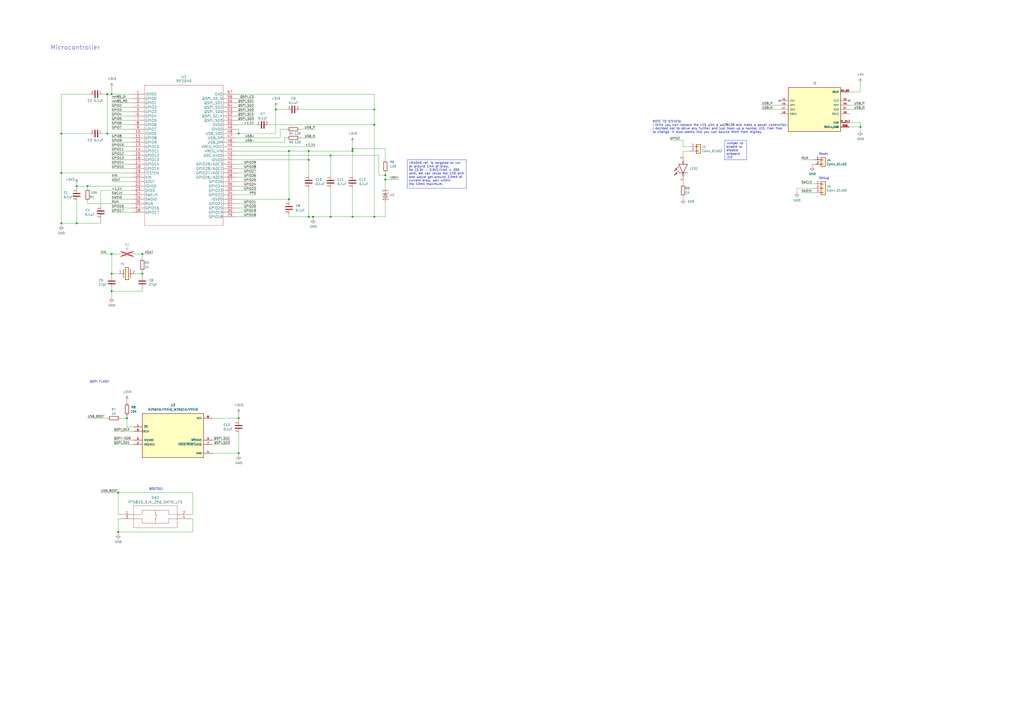
<source format=kicad_sch>
(kicad_sch (version 20230121) (generator eeschema)
  (paper "A2")
  (lib_symbols
    (symbol "+3V3_1" (power) (pin_names (offset 0) hide)
      (property "Value" "+3V3_1" (at 0 3.556 0))
      (symbol "+3V3_1_1_1"
        (pin power_in line (at 0 0 90) (length 0) hide (name "+3V3") (number "1"))
      )
    )
    (symbol "+3V3_3" (power) (pin_names (offset 0) hide)
      (property "Value" "+3V3_3" (at 0 3.556 0))
      (symbol "+3V3_3_1_1"
        (pin power_in line (at 0 0 90) (length 0) hide (name "+3V3") (number "1"))
      )
    )
    (symbol "+3V3_4" (power) (pin_names (offset 0) hide)
      (property "Value" "+3V3_4" (at 0 3.556 0))
      (symbol "+3V3_4_1_1"
        (pin power_in line (at 0 0 90) (length 0) hide (name "+3V3") (number "1"))
      )
    )
    (symbol "+3V3_5" (power) (pin_names (offset 0) hide)
      (property "Value" "+3V3_5" (at 0 3.556 0))
      (symbol "+3V3_5_1_1"
        (pin power_in line (at 0 0 90) (length 0) hide (name "+3V3") (number "1"))
      )
    )
    (symbol "+3V3_6" (power) (pin_names (offset 0) hide)
      (property "Value" "+3V3_6" (at 0 3.556 0))
      (symbol "+3V3_6_1_1"
        (pin power_in line (at 0 0 90) (length 0) hide (name "+3V3") (number "1"))
      )
    )
    (symbol "+3V3_7" (power) (pin_names (offset 0) hide)
      (property "Value" "+3V3_7" (at 0 3.556 0))
      (symbol "+3V3_7_1_1"
        (pin power_in line (at 0 0 90) (length 0) hide (name "+3V3") (number "1"))
      )
    )
    (symbol "Connector_Generic:Conn_01x02" (pin_names (offset 1.016) hide)
      (property "Reference" "J" (at 0 2.54 0))
      (property "Value" "Conn_01x02" (at 0 -5.08 0))
      (symbol "Conn_01x02_1_1"
        (pin passive line (at -5.08 0 0) (length 3.81) (name "Pin_1") (number "1"))
        (pin passive line (at -5.08 -2.54 0) (length 3.81) (name "Pin_2") (number "2"))
      )
    )
    (symbol "Connector_Generic:Conn_01x03" (pin_names (offset 1.016) hide)
      (property "Reference" "J" (at 0 5.08 0))
      (property "Value" "Conn_01x03" (at 0 -5.08 0))
      (symbol "Conn_01x03_1_1"
        (pin passive line (at -5.08 2.54 0) (length 3.81) (name "Pin_1") (number "1"))
        (pin passive line (at -5.08 0 0) (length 3.81) (name "Pin_2") (number "2"))
        (pin passive line (at -5.08 -2.54 0) (length 3.81) (name "Pin_3") (number "3"))
      )
    )
    (symbol "Device:R" (pin_numbers hide) (pin_names (offset 0))
      (property "Reference" "R" (at 2.032 0 90))
      (property "Value" "R" (at 0 0 90))
      (symbol "R_1_1"
        (pin passive line (at 0 3.81 270) (length 1.27) (name "~") (number "1"))
        (pin passive line (at 0 -3.81 90) (length 1.27) (name "~") (number "2"))
      )
    )
    (symbol "GND_1" (power) (pin_names (offset 0) hide)
      (property "Value" "GND_1" (at 0 -3.81 0))
      (symbol "GND_1_1_1"
        (pin power_in line (at 0 0 270) (length 0) hide (name "GND") (number "1"))
      )
    )
    (symbol "GND_10" (power) (pin_names (offset 0) hide)
      (property "Value" "GND_10" (at 0 -3.81 0))
      (symbol "GND_10_1_1"
        (pin power_in line (at 0 0 270) (length 0) hide (name "GND") (number "1"))
      )
    )
    (symbol "GND_11" (power) (pin_names (offset 0) hide)
      (property "Value" "GND_11" (at 0 -3.81 0))
      (symbol "GND_11_1_1"
        (pin power_in line (at 0 0 270) (length 0) hide (name "GND") (number "1"))
      )
    )
    (symbol "GND_13" (power) (pin_names (offset 0) hide)
      (property "Value" "GND_13" (at 0 -3.81 0))
      (symbol "GND_13_1_1"
        (pin power_in line (at 0 0 270) (length 0) hide (name "GND") (number "1"))
      )
    )
    (symbol "GND_2" (power) (pin_names (offset 0) hide)
      (property "Value" "GND_2" (at 0 -3.81 0))
      (symbol "GND_2_1_1"
        (pin power_in line (at 0 0 270) (length 0) hide (name "GND") (number "1"))
      )
    )
    (symbol "GND_3" (power) (pin_names (offset 0) hide)
      (property "Value" "GND_3" (at 0 -3.81 0))
      (symbol "GND_3_1_1"
        (pin power_in line (at 0 0 270) (length 0) hide (name "GND") (number "1"))
      )
    )
    (symbol "SamacSys_Parts:ABLS7M-12.000MHZ-B2-T" (pin_names hide)
      (property "Reference" "Y" (at 8.89 6.35 0))
      (property "Value" "ABLS7M-12.000MHZ-B2-T" (at 8.89 3.81 0))
      (symbol "ABLS7M-12.000MHZ-B2-T_1_1"
        (pin passive line (at 0 0 0) (length 2.54) (name "1") (number "1"))
        (pin passive line (at 10.16 0 180) (length 2.54) (name "2") (number "2"))
      )
    )
    (symbol "atomic_semi:150060VS75000" (pin_names (offset 1.016))
      (property "Reference" "LED" (at 12.7 8.89 0))
      (symbol "150060VS75000_0_0"
        (pin bidirectional line (at 0 0 0) (length 2.54) (name "K") (number "1"))
        (pin bidirectional line (at 15.24 0 180) (length 2.54) (name "A") (number "2"))
      )
    )
    (symbol "atomic_semi:CL10B104KC8NNNC"
      (property "Reference" "C" (at -3.81 2.54 0))
      (property "Value" "0.1uF" (at 0 0 0))
      (symbol "CL10B104KC8NNNC_1_1"
        (pin passive line (at 0 3.81 270) (length 2.794) (name "~") (number "1"))
        (pin passive line (at 0 -3.81 90) (length 2.794) (name "~") (number "2"))
      )
    )
    (symbol "atomic_semi:CL10C270JB8NNNC" (pin_numbers hide) (pin_names (offset 0.254))
      (property "Reference" "C" (at 0.635 2.54 0))
      (property "Value" "27pF" (at 0.635 -2.54 0))
      (symbol "CL10C270JB8NNNC_1_1"
        (pin passive line (at 0 3.81 270) (length 2.794) (name "~") (number "1"))
        (pin passive line (at 0 -3.81 90) (length 2.794) (name "~") (number "2"))
      )
    )
    (symbol "atomic_semi:LM4040" (pin_names (offset 0))
      (property "Reference" "U" (at -2.54 0 0))
      (symbol "LM4040_1_1"
        (pin passive line (at 0 3.81 270) (length 2.54) (name "K") (number "1"))
        (pin passive line (at 0 -3.81 90) (length 2.54) (name "A") (number "2"))
      )
    )
    (symbol "atomic_semi:PTS810_SJK_250_SMTR_LFS-2021-05-12_02-12-02" (pin_names (offset 0.254) hide)
      (property "Reference" "SW" (at 20.32 10.16 0))
      (property "Value" "PTS810_SJK_250_SMTR_LFS" (at 20.32 7.62 0))
      (property "Datasheet" "https://www.mouser.com/datasheet/2/240/pts810-3050339.pdf" (at 0 0 0))
      (property "Manufacturer_Part_Number" "PTS810SJK250SMTRLFS" (at 0 0 0))
      (symbol "PTS810_SJK_250_SMTR_LFS-2021-05-12_02-12-02_1_1"
        (pin unspecified line (at 0 0 0) (length 7.62) (name "1") (number "1"))
        (pin unspecified line (at 40.64 0 180) (length 7.62) (name "2") (number "2"))
        (pin unspecified line (at 0 -2.54 0) (length 7.62) (name "3") (number "3"))
        (pin unspecified line (at 40.64 -2.54 180) (length 7.62) (name "4") (number "4"))
      )
    )
    (symbol "atomic_semi:RP2040-2021-05-11_23-45-12" (pin_names (offset 0.254))
      (property "Reference" "U" (at 30.48 10.16 0))
      (property "Value" "RP2040" (at 30.48 7.62 0))
      (property "Manufacturer_Part_Number" "SC0914(7)" (at 0 0 0))
      (symbol "RP2040-2021-05-11_23-45-12_1_1"
        (pin power_in line (at 0 0 0) (length 7.62) (name "IOVDD") (number "1"))
        (pin power_in line (at 0 -22.86 0) (length 7.62) (name "IOVDD") (number "10"))
        (pin bidirectional line (at 0 -25.4 0) (length 7.62) (name "GPIO8") (number "11"))
        (pin bidirectional line (at 0 -27.94 0) (length 7.62) (name "GPIO9") (number "12"))
        (pin bidirectional line (at 0 -30.48 0) (length 7.62) (name "GPIO10") (number "13"))
        (pin bidirectional line (at 0 -33.02 0) (length 7.62) (name "GPIO11") (number "14"))
        (pin bidirectional line (at 0 -35.56 0) (length 7.62) (name "GPIO12") (number "15"))
        (pin bidirectional line (at 0 -38.1 0) (length 7.62) (name "GPIO13") (number "16"))
        (pin bidirectional line (at 0 -40.64 0) (length 7.62) (name "GPIO14") (number "17"))
        (pin bidirectional line (at 0 -43.18 0) (length 7.62) (name "GPIO15") (number "18"))
        (pin unspecified line (at 0 -45.72 0) (length 7.62) (name "TESTEN") (number "19"))
        (pin bidirectional line (at 0 -2.54 0) (length 7.62) (name "GPIO0") (number "2"))
        (pin unspecified line (at 0 -48.26 0) (length 7.62) (name "XIN") (number "20"))
        (pin output line (at 0 -50.8 0) (length 7.62) (name "XOUT") (number "21"))
        (pin power_in line (at 0 -53.34 0) (length 7.62) (name "IOVDD") (number "22"))
        (pin power_in line (at 0 -55.88 0) (length 7.62) (name "DVDD") (number "23"))
        (pin unspecified line (at 0 -58.42 0) (length 7.62) (name "SWCLK") (number "24"))
        (pin unspecified line (at 0 -60.96 0) (length 7.62) (name "SWDIO") (number "25"))
        (pin unspecified line (at 0 -63.5 0) (length 7.62) (name "RUN") (number "26"))
        (pin bidirectional line (at 0 -66.04 0) (length 7.62) (name "GPIO16") (number "27"))
        (pin bidirectional line (at 0 -68.58 0) (length 7.62) (name "GPIO17") (number "28"))
        (pin bidirectional line (at 60.96 -71.12 180) (length 7.62) (name "GPIO18") (number "29"))
        (pin bidirectional line (at 0 -5.08 0) (length 7.62) (name "GPIO1") (number "3"))
        (pin bidirectional line (at 60.96 -68.58 180) (length 7.62) (name "GPIO19") (number "30"))
        (pin bidirectional line (at 60.96 -66.04 180) (length 7.62) (name "GPIO20") (number "31"))
        (pin bidirectional line (at 60.96 -63.5 180) (length 7.62) (name "GPIO21") (number "32"))
        (pin power_in line (at 60.96 -60.96 180) (length 7.62) (name "IOVDD") (number "33"))
        (pin bidirectional line (at 60.96 -58.42 180) (length 7.62) (name "GPIO22") (number "34"))
        (pin bidirectional line (at 60.96 -55.88 180) (length 7.62) (name "GPIO23") (number "35"))
        (pin bidirectional line (at 60.96 -53.34 180) (length 7.62) (name "GPIO24") (number "36"))
        (pin bidirectional line (at 60.96 -50.8 180) (length 7.62) (name "GPIO25") (number "37"))
        (pin bidirectional line (at 60.96 -48.26 180) (length 7.62) (name "GPIO26/ADC0") (number "38"))
        (pin bidirectional line (at 60.96 -45.72 180) (length 7.62) (name "GPIO27/ADC1") (number "39"))
        (pin bidirectional line (at 0 -7.62 0) (length 7.62) (name "GPIO2") (number "4"))
        (pin bidirectional line (at 60.96 -43.18 180) (length 7.62) (name "GPIO28/ADC2") (number "40"))
        (pin bidirectional line (at 60.96 -40.64 180) (length 7.62) (name "GPIO29/ADC3") (number "41"))
        (pin power_in line (at 60.96 -38.1 180) (length 7.62) (name "IOVDD") (number "42"))
        (pin power_in line (at 60.96 -35.56 180) (length 7.62) (name "ADC_AVDD") (number "43"))
        (pin unspecified line (at 60.96 -33.02 180) (length 7.62) (name "VREG_VIN") (number "44"))
        (pin output line (at 60.96 -30.48 180) (length 7.62) (name "VREG_VOUT") (number "45"))
        (pin unspecified line (at 60.96 -27.94 180) (length 7.62) (name "USB_DM") (number "46"))
        (pin unspecified line (at 60.96 -25.4 180) (length 7.62) (name "USB_DP") (number "47"))
        (pin power_in line (at 60.96 -22.86 180) (length 7.62) (name "USB_VDD") (number "48"))
        (pin power_in line (at 60.96 -20.32 180) (length 7.62) (name "IOVDD") (number "49"))
        (pin bidirectional line (at 0 -10.16 0) (length 7.62) (name "GPIO3") (number "5"))
        (pin power_in line (at 60.96 -17.78 180) (length 7.62) (name "DVDD") (number "50"))
        (pin bidirectional line (at 60.96 -15.24 180) (length 7.62) (name "QSPI_SD3") (number "51"))
        (pin unspecified line (at 60.96 -12.7 180) (length 7.62) (name "QSPI_SCLK") (number "52"))
        (pin bidirectional line (at 60.96 -10.16 180) (length 7.62) (name "QSPI_SD0") (number "53"))
        (pin bidirectional line (at 60.96 -7.62 180) (length 7.62) (name "QSPI_SD2") (number "54"))
        (pin bidirectional line (at 60.96 -5.08 180) (length 7.62) (name "QSPI_SD1") (number "55"))
        (pin unspecified line (at 60.96 -2.54 180) (length 7.62) (name "QSPI_SS_N") (number "56"))
        (pin power_in line (at 60.96 0 180) (length 7.62) (name "GND") (number "57"))
        (pin bidirectional line (at 0 -12.7 0) (length 7.62) (name "GPIO4") (number "6"))
        (pin bidirectional line (at 0 -15.24 0) (length 7.62) (name "GPIO5") (number "7"))
        (pin bidirectional line (at 0 -17.78 0) (length 7.62) (name "GPIO6") (number "8"))
        (pin bidirectional line (at 0 -20.32 0) (length 7.62) (name "GPIO7") (number "9"))
      )
    )
    (symbol "atomic_semi:RT0603FRE1310KL" (pin_numbers hide) (pin_names (offset 0))
      (property "Reference" "R" (at 2.032 0 90))
      (property "Value" "10K" (at 0 0 90))
      (property "Manufacturer_Part_Number" "RT0603FRE1310KL" (at 0 0 0))
      (symbol "RT0603FRE1310KL_1_1"
        (pin passive line (at 0 3.81 270) (length 1.27) (name "~") (number "1"))
        (pin passive line (at 0 -3.81 90) (length 1.27) (name "~") (number "2"))
      )
    )
    (symbol "atomic_semi:RT0603FRE13120RL" (pin_numbers hide) (pin_names (offset 0))
      (property "Reference" "R" (at 2.032 0 90))
      (property "Value" "120" (at 0 0 90))
      (property "Manufacturer_Part_Number" "RT0603FRE13120RL" (at 0 0 0))
      (symbol "RT0603FRE13120RL_1_1"
        (pin passive line (at 0 3.81 270) (length 1.27) (name "~") (number "1"))
        (pin passive line (at 0 -3.81 90) (length 1.27) (name "~") (number "2"))
      )
    )
    (symbol "atomic_semi:RT0805DRE071KL" (pin_numbers hide) (pin_names (offset 0))
      (property "Reference" "R" (at 2.032 0 90))
      (property "Value" "1K" (at 0 0 90))
      (property "Datasheet" "https://www.mouser.com/datasheet/2/447/PYu_RT_1_to_0_01_RoHS_L_12-3003070.pdf" (at 0 0 0))
      (property "Manufacturer_Part_Number" "RT0805DRE071KL" (at 0 0 0))
      (symbol "RT0805DRE071KL_1_1"
        (pin passive line (at 0 3.81 270) (length 1.27) (name "~") (number "1"))
        (pin passive line (at 0 -3.81 90) (length 1.27) (name "~") (number "2"))
      )
    )
    (symbol "atomic_semi:USB4105-GF-A" (pin_names (offset 1.016))
      (property "Reference" "J" (at -15.24 13.97 0))
      (symbol "USB4105-GF-A_0_0"
        (pin power_in line (at 20.32 -7.62 180) (length 5.08) (name "GND") (number "A1_B12"))
        (pin power_in line (at 20.32 10.16 180) (length 5.08) (name "VBUS") (number "A4_B9"))
        (pin bidirectional line (at -20.32 5.08 0) (length 5.08) (name "CC1") (number "A5"))
        (pin bidirectional line (at -20.32 2.54 0) (length 5.08) (name "DP1") (number "A6"))
        (pin bidirectional line (at -20.32 0 0) (length 5.08) (name "DN1") (number "A7"))
        (pin bidirectional line (at -20.32 -2.54 0) (length 5.08) (name "SBU1") (number "A8"))
        (pin power_in line (at 20.32 -7.62 180) (length 5.08) (name "GND") (number "B1_A12"))
        (pin power_in line (at 20.32 10.16 180) (length 5.08) (name "VBUS") (number "B4_A9"))
        (pin bidirectional line (at 20.32 5.08 180) (length 5.08) (name "CC2") (number "B5"))
        (pin bidirectional line (at 20.32 2.54 180) (length 5.08) (name "DP2") (number "B6"))
        (pin bidirectional line (at 20.32 0 180) (length 5.08) (name "DN2") (number "B7"))
        (pin bidirectional line (at 20.32 -2.54 180) (length 5.08) (name "SBU2") (number "B8"))
        (pin power_in line (at 20.32 -10.16 180) (length 5.08) (name "SHELL_GND") (number "SH1"))
        (pin power_in line (at 20.32 -10.16 180) (length 5.08) (name "SHELL_GND") (number "SH2"))
        (pin power_in line (at 20.32 -10.16 180) (length 5.08) (name "SHELL_GND") (number "SH3"))
        (pin power_in line (at 20.32 -10.16 180) (length 5.08) (name "SHELL_GND") (number "SH4"))
      )
    )
    (symbol "atomic_semi:W25Q16JVSSIQ-W25Q16JVSSIQ" (pin_names (offset 1.016))
      (property "Reference" "U" (at -17.78 13.335 0))
      (property "Value" "W25Q16JVSSIQ_W25Q16JVSSIQ" (at -17.78 -15.24 0))
      (symbol "W25Q16JVSSIQ-W25Q16JVSSIQ_0_0"
        (pin input line (at -22.86 5.08 0) (length 5.08) (name "~{CS}") (number "1"))
        (pin bidirectional line (at -22.86 -5.08 0) (length 5.08) (name "DO(IO1)") (number "2"))
        (pin bidirectional line (at 22.86 -2.54 180) (length 5.08) (name "~{WP}(IO2)") (number "3"))
        (pin power_in line (at 22.86 -10.16 180) (length 5.08) (name "GND") (number "4"))
        (pin bidirectional line (at -22.86 -2.54 0) (length 5.08) (name "DI(IO0)") (number "5"))
        (pin input clock (at -22.86 2.54 0) (length 5.08) (name "CLK") (number "6"))
        (pin bidirectional line (at 22.86 -5.08 180) (length 5.08) (name "~{HOLD/RESET}(IO3)") (number "7"))
        (pin power_in line (at 22.86 10.16 180) (length 5.08) (name "VCC") (number "8"))
      )
    )
    (symbol "power:+5V" (power) (pin_names (offset 0) hide)
      (property "Value" "+5V" (at 0 3.556 0))
      (symbol "+5V_1_1"
        (pin power_in line (at 0 0 90) (length 0) hide (name "+5V") (number "1"))
      )
    )
    (symbol "power:GND" (power) (pin_names (offset 0))
      (property "Value" "GND" (at 0 -3.81 0))
      (symbol "GND_1_1"
        (pin power_in line (at 0 0 270) (length 0) hide (name "GND") (number "1"))
      )
    )
  )
  (junction (at 179.07 125.73))
  (junction (at 204.47 87.63))
  (junction (at 217.17 72.39))
  (junction (at 82.55 158.75))
  (junction (at 68.58 285.75))
  (junction (at 50.8 107.95))
  (junction (at 62.23 54.61))
  (junction (at 160.02 63.5))
  (junction (at 35.56 77.47))
  (junction (at 35.56 129.54))
  (junction (at 181.61 125.73))
  (junction (at 62.23 77.47))
  (junction (at 217.17 63.5))
  (junction (at 223.52 101.6))
  (junction (at 35.56 100.33))
  (junction (at 223.52 104.14))
  (junction (at 167.64 87.63))
  (junction (at 167.64 115.57))
  (junction (at 44.45 129.54))
  (junction (at 499.11 73.66))
  (junction (at 82.55 147.32))
  (junction (at 73.66 242.57))
  (junction (at 179.07 92.71))
  (junction (at 64.77 158.75))
  (junction (at 179.07 87.63))
  (junction (at 191.77 90.17))
  (junction (at 138.43 242.57))
  (junction (at 64.77 168.91))
  (junction (at 64.77 54.61))
  (junction (at 191.77 125.73))
  (junction (at 138.43 77.47))
  (junction (at 217.17 125.73))
  (junction (at 44.45 107.95))
  (junction (at 138.43 262.89))
  (junction (at 68.58 308.61))
  (junction (at 204.47 86.36))
  (junction (at 64.77 147.32))
  (junction (at 204.47 125.73))
  (no_connect (at 452.12 58.42))
  (no_connect (at 492.76 58.42))
  (wire (pts (xy 204.47 125.73) (xy 217.17 125.73)))
  (wire (pts (xy 35.56 54.61) (xy 52.07 54.61)))
  (wire (pts (xy 44.45 106.68) (xy 44.45 107.95)))
  (wire (pts (xy 64.77 59.69) (xy 76.2 59.69)))
  (wire (pts (xy 64.77 80.01) (xy 76.2 80.01)))
  (wire (pts (xy 137.16 77.47) (xy 138.43 77.47)))
  (wire (pts (xy 137.16 54.61) (xy 217.17 54.61)))
  (wire (pts (xy 64.77 85.09) (xy 76.2 85.09)))
  (wire (pts (xy 167.64 124.46) (xy 167.64 125.73)))
  (wire (pts (xy 64.77 54.61) (xy 76.2 54.61)))
  (wire (pts (xy 66.04 255.27) (xy 77.47 255.27)))
  (wire (pts (xy 204.47 86.36) (xy 204.47 87.63)))
  (wire (pts (xy 68.58 285.75) (xy 58.42 285.75)))
  (wire (pts (xy 492.76 73.66) (xy 499.11 73.66)))
  (wire (pts (xy 68.58 285.75) (xy 68.58 298.45)))
  (wire (pts (xy 64.77 54.61) (xy 62.23 54.61)))
  (wire (pts (xy 167.64 87.63) (xy 167.64 115.57)))
  (wire (pts (xy 64.77 57.15) (xy 76.2 57.15)))
  (wire (pts (xy 64.77 158.75) (xy 64.77 147.32)))
  (wire (pts (xy 138.43 240.03) (xy 138.43 242.57)))
  (wire (pts (xy 69.85 300.99) (xy 68.58 300.99)))
  (wire (pts (xy 223.52 100.33) (xy 223.52 101.6)))
  (wire (pts (xy 64.77 147.32) (xy 69.85 147.32)))
  (wire (pts (xy 191.77 90.17) (xy 219.71 90.17)))
  (wire (pts (xy 62.23 54.61) (xy 62.23 77.47)))
  (wire (pts (xy 64.77 69.85) (xy 76.2 69.85)))
  (wire (pts (xy 137.16 74.93) (xy 138.43 74.93)))
  (wire (pts (xy 137.16 80.01) (xy 162.56 80.01)))
  (wire (pts (xy 165.1 80.01) (xy 165.1 82.55)))
  (wire (pts (xy 59.69 77.47) (xy 62.23 77.47)))
  (wire (pts (xy 217.17 72.39) (xy 217.17 125.73)))
  (wire (pts (xy 64.77 147.32) (xy 58.42 147.32)))
  (wire (pts (xy 64.77 72.39) (xy 76.2 72.39)))
  (wire (pts (xy 64.77 74.93) (xy 76.2 74.93)))
  (wire (pts (xy 62.23 77.47) (xy 76.2 77.47)))
  (wire (pts (xy 400.05 85.09) (xy 396.24 85.09)))
  (wire (pts (xy 77.47 147.32) (xy 82.55 147.32)))
  (wire (pts (xy 160.02 63.5) (xy 166.37 63.5)))
  (wire (pts (xy 82.55 158.75) (xy 82.55 160.02)))
  (wire (pts (xy 219.71 101.6) (xy 223.52 101.6)))
  (wire (pts (xy 181.61 125.73) (xy 191.77 125.73)))
  (wire (pts (xy 492.76 71.12) (xy 499.11 71.12)))
  (wire (pts (xy 44.45 129.54) (xy 58.42 129.54)))
  (wire (pts (xy 68.58 308.61) (xy 68.58 309.88)))
  (wire (pts (xy 137.16 125.73) (xy 148.59 125.73)))
  (wire (pts (xy 204.47 109.22) (xy 204.47 125.73)))
  (wire (pts (xy 64.77 160.02) (xy 64.77 158.75)))
  (wire (pts (xy 73.66 247.65) (xy 77.47 247.65)))
  (wire (pts (xy 62.23 242.57) (xy 50.8 242.57)))
  (wire (pts (xy 111.76 308.61) (xy 111.76 300.99)))
  (wire (pts (xy 35.56 100.33) (xy 76.2 100.33)))
  (wire (pts (xy 111.76 298.45) (xy 111.76 285.75)))
  (wire (pts (xy 472.44 92.71) (xy 464.82 92.71)))
  (wire (pts (xy 137.16 113.03) (xy 148.59 113.03)))
  (wire (pts (xy 59.69 54.61) (xy 62.23 54.61)))
  (wire (pts (xy 64.77 120.65) (xy 76.2 120.65)))
  (wire (pts (xy 64.77 92.71) (xy 76.2 92.71)))
  (wire (pts (xy 35.56 77.47) (xy 52.07 77.47)))
  (wire (pts (xy 217.17 125.73) (xy 223.52 125.73)))
  (wire (pts (xy 35.56 77.47) (xy 35.56 100.33)))
  (wire (pts (xy 160.02 63.5) (xy 160.02 62.23)))
  (wire (pts (xy 137.16 57.15) (xy 147.32 57.15)))
  (wire (pts (xy 471.17 95.25) (xy 471.17 96.52)))
  (wire (pts (xy 82.55 167.64) (xy 82.55 168.91)))
  (wire (pts (xy 58.42 127) (xy 58.42 129.54)))
  (wire (pts (xy 76.2 115.57) (xy 64.77 115.57)))
  (wire (pts (xy 388.62 81.28) (xy 396.24 81.28)))
  (wire (pts (xy 137.16 100.33) (xy 148.59 100.33)))
  (wire (pts (xy 111.76 300.99) (xy 110.49 300.99)))
  (wire (pts (xy 58.42 110.49) (xy 58.42 119.38)))
  (wire (pts (xy 68.58 308.61) (xy 111.76 308.61)))
  (wire (pts (xy 191.77 109.22) (xy 191.77 125.73)))
  (wire (pts (xy 138.43 77.47) (xy 160.02 77.47)))
  (wire (pts (xy 76.2 113.03) (xy 64.77 113.03)))
  (wire (pts (xy 137.16 123.19) (xy 148.59 123.19)))
  (wire (pts (xy 472.44 106.68) (xy 464.82 106.68)))
  (wire (pts (xy 137.16 97.79) (xy 148.59 97.79)))
  (wire (pts (xy 137.16 82.55) (xy 165.1 82.55)))
  (wire (pts (xy 50.8 118.11) (xy 76.2 118.11)))
  (wire (pts (xy 64.77 97.79) (xy 76.2 97.79)))
  (wire (pts (xy 35.56 77.47) (xy 35.56 54.61)))
  (wire (pts (xy 462.28 111.76) (xy 462.28 109.22)))
  (wire (pts (xy 137.16 120.65) (xy 148.59 120.65)))
  (wire (pts (xy 68.58 300.99) (xy 68.58 308.61)))
  (wire (pts (xy 181.61 127) (xy 181.61 125.73)))
  (wire (pts (xy 167.64 116.84) (xy 167.64 115.57)))
  (wire (pts (xy 77.47 250.19) (xy 66.04 250.19)))
  (wire (pts (xy 137.16 59.69) (xy 147.32 59.69)))
  (wire (pts (xy 492.76 60.96) (xy 501.65 60.96)))
  (wire (pts (xy 173.99 74.93) (xy 182.88 74.93)))
  (wire (pts (xy 73.66 241.3) (xy 73.66 242.57)))
  (wire (pts (xy 472.44 111.76) (xy 464.82 111.76)))
  (wire (pts (xy 499.11 53.34) (xy 499.11 48.26)))
  (wire (pts (xy 137.16 110.49) (xy 148.59 110.49)))
  (wire (pts (xy 35.56 130.81) (xy 35.56 129.54)))
  (wire (pts (xy 191.77 125.73) (xy 204.47 125.73)))
  (wire (pts (xy 66.04 257.81) (xy 77.47 257.81)))
  (wire (pts (xy 137.16 107.95) (xy 148.59 107.95)))
  (wire (pts (xy 137.16 87.63) (xy 167.64 87.63)))
  (wire (pts (xy 137.16 90.17) (xy 191.77 90.17)))
  (wire (pts (xy 499.11 73.66) (xy 499.11 76.2)))
  (wire (pts (xy 223.52 104.14) (xy 223.52 109.22)))
  (wire (pts (xy 110.49 298.45) (xy 111.76 298.45)))
  (wire (pts (xy 35.56 100.33) (xy 35.56 129.54)))
  (wire (pts (xy 137.16 92.71) (xy 179.07 92.71)))
  (wire (pts (xy 167.64 125.73) (xy 179.07 125.73)))
  (wire (pts (xy 179.07 109.22) (xy 179.07 125.73)))
  (wire (pts (xy 82.55 157.48) (xy 82.55 158.75)))
  (wire (pts (xy 64.77 67.31) (xy 76.2 67.31)))
  (wire (pts (xy 111.76 285.75) (xy 68.58 285.75)))
  (wire (pts (xy 191.77 90.17) (xy 191.77 101.6)))
  (wire (pts (xy 137.16 118.11) (xy 148.59 118.11)))
  (wire (pts (xy 138.43 251.46) (xy 138.43 262.89)))
  (wire (pts (xy 50.8 107.95) (xy 76.2 107.95)))
  (wire (pts (xy 64.77 62.23) (xy 76.2 62.23)))
  (wire (pts (xy 462.28 109.22) (xy 472.44 109.22)))
  (wire (pts (xy 137.16 62.23) (xy 147.32 62.23)))
  (wire (pts (xy 123.19 242.57) (xy 138.43 242.57)))
  (wire (pts (xy 173.99 80.01) (xy 182.88 80.01)))
  (wire (pts (xy 137.16 72.39) (xy 148.59 72.39)))
  (wire (pts (xy 137.16 102.87) (xy 148.59 102.87)))
  (wire (pts (xy 64.77 158.75) (xy 68.58 158.75)))
  (wire (pts (xy 137.16 67.31) (xy 147.32 67.31)))
  (wire (pts (xy 82.55 147.32) (xy 88.9 147.32)))
  (wire (pts (xy 160.02 77.47) (xy 160.02 63.5)))
  (wire (pts (xy 123.19 257.81) (xy 133.35 257.81)))
  (wire (pts (xy 204.47 82.55) (xy 204.47 86.36)))
  (wire (pts (xy 44.45 107.95) (xy 50.8 107.95)))
  (wire (pts (xy 44.45 107.95) (xy 44.45 109.22)))
  (wire (pts (xy 44.45 129.54) (xy 44.45 116.84)))
  (wire (pts (xy 441.96 63.5) (xy 452.12 63.5)))
  (wire (pts (xy 217.17 63.5) (xy 217.17 72.39)))
  (wire (pts (xy 69.85 242.57) (xy 73.66 242.57)))
  (wire (pts (xy 223.52 101.6) (xy 223.52 104.14)))
  (wire (pts (xy 179.07 92.71) (xy 179.07 87.63)))
  (wire (pts (xy 64.77 90.17) (xy 76.2 90.17)))
  (wire (pts (xy 82.55 147.32) (xy 82.55 149.86)))
  (wire (pts (xy 492.76 63.5) (xy 501.65 63.5)))
  (wire (pts (xy 165.1 80.01) (xy 166.37 80.01)))
  (wire (pts (xy 64.77 168.91) (xy 64.77 172.72)))
  (wire (pts (xy 138.43 264.16) (xy 138.43 262.89)))
  (wire (pts (xy 123.19 255.27) (xy 133.35 255.27)))
  (wire (pts (xy 137.16 69.85) (xy 147.32 69.85)))
  (wire (pts (xy 396.24 87.63) (xy 396.24 90.17)))
  (wire (pts (xy 64.77 123.19) (xy 76.2 123.19)))
  (wire (pts (xy 162.56 74.93) (xy 166.37 74.93)))
  (wire (pts (xy 396.24 106.68) (xy 396.24 105.41)))
  (wire (pts (xy 76.2 102.87) (xy 64.77 102.87)))
  (wire (pts (xy 123.19 262.89) (xy 138.43 262.89)))
  (wire (pts (xy 64.77 54.61) (xy 64.77 50.8)))
  (wire (pts (xy 173.99 63.5) (xy 217.17 63.5)))
  (wire (pts (xy 400.05 87.63) (xy 396.24 87.63)))
  (wire (pts (xy 223.52 116.84) (xy 223.52 125.73)))
  (wire (pts (xy 64.77 87.63) (xy 76.2 87.63)))
  (wire (pts (xy 73.66 242.57) (xy 73.66 247.65)))
  (wire (pts (xy 138.43 242.57) (xy 138.43 243.84)))
  (wire (pts (xy 64.77 64.77) (xy 76.2 64.77)))
  (wire (pts (xy 499.11 71.12) (xy 499.11 73.66)))
  (wire (pts (xy 68.58 298.45) (xy 69.85 298.45)))
  (wire (pts (xy 162.56 74.93) (xy 162.56 80.01)))
  (wire (pts (xy 137.16 95.25) (xy 148.59 95.25)))
  (wire (pts (xy 64.77 95.25) (xy 76.2 95.25)))
  (wire (pts (xy 179.07 92.71) (xy 179.07 101.6)))
  (wire (pts (xy 219.71 90.17) (xy 219.71 101.6)))
  (wire (pts (xy 137.16 105.41) (xy 148.59 105.41)))
  (wire (pts (xy 179.07 87.63) (xy 204.47 87.63)))
  (wire (pts (xy 492.76 53.34) (xy 499.11 53.34)))
  (wire (pts (xy 223.52 92.71) (xy 223.52 86.36)))
  (wire (pts (xy 137.16 85.09) (xy 182.88 85.09)))
  (wire (pts (xy 137.16 115.57) (xy 167.64 115.57)))
  (wire (pts (xy 138.43 74.93) (xy 138.43 77.47)))
  (wire (pts (xy 64.77 167.64) (xy 64.77 168.91)))
  (wire (pts (xy 58.42 110.49) (xy 76.2 110.49)))
  (wire (pts (xy 137.16 64.77) (xy 147.32 64.77)))
  (wire (pts (xy 396.24 114.3) (xy 396.24 115.57)))
  (wire (pts (xy 64.77 82.55) (xy 76.2 82.55)))
  (wire (pts (xy 167.64 87.63) (xy 179.07 87.63)))
  (wire (pts (xy 179.07 125.73) (xy 181.61 125.73)))
  (wire (pts (xy 73.66 232.41) (xy 73.66 233.68)))
  (wire (pts (xy 204.47 101.6) (xy 204.47 87.63)))
  (wire (pts (xy 441.96 60.96) (xy 452.12 60.96)))
  (wire (pts (xy 156.21 72.39) (xy 217.17 72.39)))
  (wire (pts (xy 223.52 86.36) (xy 204.47 86.36)))
  (wire (pts (xy 217.17 54.61) (xy 217.17 63.5)))
  (wire (pts (xy 50.8 109.22) (xy 50.8 107.95)))
  (wire (pts (xy 396.24 81.28) (xy 396.24 85.09)))
  (wire (pts (xy 35.56 129.54) (xy 44.45 129.54)))
  (wire (pts (xy 472.44 95.25) (xy 471.17 95.25)))
  (wire (pts (xy 223.52 104.14) (xy 231.14 104.14)))
  (wire (pts (xy 76.2 105.41) (xy 64.77 105.41)))
  (wire (pts (xy 64.77 168.91) (xy 82.55 168.91)))
  (wire (pts (xy 50.8 118.11) (xy 50.8 116.84)))
  (wire (pts (xy 78.74 158.75) (xy 82.55 158.75)))
  (text_box "Jumper to enable or disable onboard LED\n" (at 420.37 81.28 0) (size 12.7 11.43) (effects (font (size 1.27 1.27)) (justify left top)))
  (text_box "LM4040 ref. is targeted to run at around 1mA of draw.\nSo (3.3V - 3.0V)/1mA = 300 ohm. We can reuse the 120 ohm \nand would get around 2.5mA of current draw, well within\nthe 10mA maximum." (at 236.22 92.71 0) (size 34.29 16.51) (effects (font (size 1.27 1.27)) (justify left top)))
  (text "BOOTSEL" (at 86.36 284.48 0) (effects (font (size 1.27 1.27)) (justify left bottom)))
  (text "Debug" (at 474.98 104.14 0) (effects (font (size 1.27 1.27)) (justify left bottom)))
  (text "QSPI FLASH\n" (at 52.07 222.25 0) (effects (font (size 1.27 1.27)) (justify left bottom)))
  (text "Microcontroller" (at 29.21 29.21 0) (effects (font (size 2.54 2.54)) (justify left bottom)))
  (text "Reset" (at 474.98 90.17 0) (effects (font (size 1.27 1.27)) (justify left bottom)))
  (text "NOTE TO STEVEN:\nI think you can replace the LED with a ws2812B and make a power conenction. \nI decided not to delve any further and just hook up a normal LED. Feel free \nto change. It also seems like you can source them from digikey." (at 378.46 77.47 0) (effects (font (size 1.27 1.27)) (justify left bottom)))
  (label "QSPI_SCK" (at 147.32 67.31 180))
  (label "GPIO2" (at 64.77 62.23 0))
  (label "USB_P" (at 441.96 60.96 0))
  (label "USB_N" (at 441.96 63.5 0))
  (label "GPIO7" (at 64.77 74.93 0))
  (label "+1.1V" (at 147.32 72.39 180))
  (label "GPIO26" (at 148.59 102.87 180))
  (label "XOUT" (at 88.9 147.32 180))
  (label "PPS" (at 148.59 113.03 180))
  (label "USB_P" (at 501.65 60.96 180))
  (label "QSPI_SCK" (at 66.04 250.19 0))
  (label "GPIO10" (at 64.77 85.09 0))
  (label "QSPI_SD2" (at 133.35 255.27 180))
  (label "USB_BOOT" (at 50.8 242.57 0))
  (label "XOUT" (at 64.77 105.41 0))
  (label "GPIO27" (at 148.59 100.33 180))
  (label "rs485_DI" (at 64.77 57.15 0))
  (label "QSPI_SD0" (at 147.32 64.77 180))
  (label "GPIO13" (at 64.77 92.71 0))
  (label "XIN" (at 64.77 102.87 0))
  (label "RUN" (at 464.82 92.71 0))
  (label "SWCLK" (at 464.82 106.68 0))
  (label "QSPI_SD1" (at 66.04 257.81 0))
  (label "USB_N" (at 182.88 80.01 180))
  (label "USB+" (at 142.24 80.01 0))
  (label "GPIO20" (at 148.59 120.65 180))
  (label "QSPI_SD3" (at 133.35 257.81 180))
  (label "GPIO5" (at 64.77 69.85 0))
  (label "RUN" (at 64.77 118.11 0))
  (label "QSPI_SD1" (at 147.32 59.69 180))
  (label "GPIO24" (at 148.59 107.95 180))
  (label "GPIO11" (at 64.77 87.63 0))
  (label "QSPI-SD0" (at 66.04 255.27 0))
  (label "USB_BOOT" (at 58.42 285.75 0))
  (label "SWDIO" (at 64.77 115.57 0))
  (label "GPIO2" (at 388.62 81.28 0))
  (label "GPIO28" (at 148.59 97.79 180))
  (label "QSPI_SD3" (at 147.32 69.85 180))
  (label "GPIO18" (at 148.59 125.73 180))
  (label "rs485_RO" (at 64.77 59.69 0))
  (label "QSPI_CS" (at 147.32 57.15 180))
  (label "GPIO25" (at 148.59 105.41 180))
  (label "QSPI_SD2" (at 147.32 62.23 180))
  (label "GPIO4" (at 64.77 67.31 0))
  (label "GPIO16" (at 64.77 120.65 0))
  (label "SWCLK" (at 64.77 113.03 0))
  (label "GPIO6" (at 64.77 72.39 0))
  (label "GPIO9" (at 64.77 82.55 0))
  (label "GPIO15" (at 64.77 97.79 0))
  (label "USB_P" (at 182.88 74.93 180))
  (label "XIN" (at 58.42 147.32 0))
  (label "+1.1V" (at 182.88 85.09 180))
  (label "SWDIO" (at 464.82 111.76 0))
  (label "GPIO23" (at 148.59 110.49 180))
  (label "GPIO21" (at 148.59 118.11 180))
  (label "GPIO3" (at 64.77 64.77 0))
  (label "GPIO14" (at 64.77 95.25 0))
  (label "GPIO19" (at 148.59 123.19 180))
  (label "GPIO29" (at 148.59 95.25 180))
  (label "VREF" (at 231.14 104.14 180))
  (label "+1.1V" (at 64.77 110.49 0))
  (label "GPIO17" (at 64.77 123.19 0))
  (label "USB-" (at 142.24 82.55 0))
  (label "GPIO12" (at 64.77 90.17 0))
  (label "GPIO8" (at 64.77 80.01 0))
  (label "USB_N" (at 501.65 63.5 180))
  (symbol (lib_id "atomic_semi:CL10B104KC8NNNC") (at 167.64 120.65 0) (unit 1)
    (property "Reference" "C8" (at 171.45 119.38 0) (effects (justify left)))
    (property "Value" "0.1uF" (at 171.45 121.92 0) (effects (justify left)))
    (property "Footprint" "Capacitor_SMD:C_0603_1608Metric_Pad1.08x0.95mm_HandSolder" (effects hide))
    (property "Datasheet" "https://www.mouser.com/datasheet/2/585/MLCC-1837944.pdf" (effects hide))
    (property "Manufacturer_Part_Number" "CL10B104KC8NNNC" (effects hide))
  )
  (symbol (lib_name "+3V3_3") (lib_id "power:+3V3") (at 160.02 62.23 0) (unit 1)
    (property "Reference" "#PWR05" (effects hide))
    (property "Value" "+3V3" (at 160.02 57.15 0))
  )
  (symbol (lib_id "atomic_semi:CL10B104KC8NNNC") (at 44.45 113.03 0) (unit 1)
    (property "Reference" "C1" (at 36.83 111.76 0) (effects (justify left)))
    (property "Value" "0.1uF" (at 36.83 114.3 0) (effects (justify left)))
    (property "Footprint" "Capacitor_SMD:C_0603_1608Metric_Pad1.08x0.95mm_HandSolder" (effects hide))
    (property "Datasheet" "https://www.mouser.com/datasheet/2/585/MLCC-1837944.pdf" (effects hide))
    (property "Manufacturer_Part_Number" "CL10B104KC8NNNC" (effects hide))
  )
  (symbol (lib_name "+3V3_4") (lib_id "power:+3V3") (at 44.45 106.68 0) (unit 1)
    (property "Reference" "#PWR02" (effects hide))
    (property "Value" "+3V3" (at 40.64 104.14 0))
  )
  (symbol (lib_id "Connector_Generic:Conn_01x02") (at 405.13 85.09 0) (unit 1)
    (property "Reference" "J1" (at 407.162 85.2932 0) (effects (justify left)))
    (property "Value" "Conn_01x02" (at 407.162 87.6046 0) (effects (justify left)))
    (property "Footprint" "Connector_PinHeader_2.54mm:PinHeader_1x02_P2.54mm_Vertical" (effects hide))
  )
  (symbol (lib_id "atomic_semi:RT0603FRE1310KL") (at 73.66 237.49 0) (unit 1)
    (property "Reference" "R8" (at 77.47 236.22 0))
    (property "Value" "10K" (at 77.47 238.76 0))
    (property "Footprint" "Capacitor_SMD:C_0603_1608Metric_Pad1.08x0.95mm_HandSolder" (effects hide))
    (property "Datasheet" "https://www.mouser.com/datasheet/2/447/PYu_RT_1_to_0_01_RoHS_L_12-3003070.pdf" (effects hide))
    (property "Manufacturer_Part_Number" "RT0603FRE1310KL" (effects hide))
  )
  (symbol (lib_id "atomic_semi:CL10B104KC8NNNC") (at 55.88 54.61 270) (unit 1)
    (property "Reference" "C2" (at 52.07 58.42 90))
    (property "Value" "0.1uF" (at 57.15 58.42 90))
    (property "Footprint" "Capacitor_SMD:C_0603_1608Metric_Pad1.08x0.95mm_HandSolder" (effects hide))
    (property "Datasheet" "https://www.mouser.com/datasheet/2/585/MLCC-1837944.pdf" (effects hide))
    (property "Manufacturer_Part_Number" "CL10B104KC8NNNC" (effects hide))
  )
  (symbol (lib_name "GND_1") (lib_id "power:GND") (at 181.61 127 0) (unit 1)
    (property "Reference" "#PWR06" (effects hide))
    (property "Value" "GND" (at 181.737 131.3942 0))
  )
  (symbol (lib_id "atomic_semi:CL10B104KC8NNNC") (at 204.47 105.41 0) (unit 1)
    (property "Reference" "C12" (at 208.28 104.14 0) (effects (justify left)))
    (property "Value" "0.1uF" (at 208.28 106.68 0) (effects (justify left)))
    (property "Footprint" "Capacitor_SMD:C_0603_1608Metric_Pad1.08x0.95mm_HandSolder" (effects hide))
    (property "Datasheet" "https://www.mouser.com/datasheet/2/585/MLCC-1837944.pdf" (effects hide))
    (property "Manufacturer_Part_Number" "CL10B104KC8NNNC" (effects hide))
  )
  (symbol (lib_id "atomic_semi:150060VS75000") (at 396.24 105.41 90) (unit 1)
    (property "Reference" "LED1" (at 400.05 97.79 90) (effects (justify right)))
    (property "Value" "150060VS75000" (effects hide))
    (property "Footprint" "LEDC1608X80N" (effects hide))
    (property "MOUSER_PART_NUMBER" "710-150060VS75000" (effects hide))
    (property "DESCRIPTION" "LED,Wurth Elektronik,150060VS75000 Wurth Elektronik 150060VS75000, WL-SMCW Series Green LED, 570 nm, 1608 (0603) Clear, Rectangle Lens SMD Package" (effects hide))
    (property "MOUSER_PRICE-STOCK" "https://www.mouser.com/Search/Refine.aspx?Keyword=710-150060VS75000" (effects hide))
    (property "RS_PART_NUMBER" "8154215P" (effects hide))
    (property "HEIGHT" "0.8mm" (effects hide))
    (property "RS_PRICE-STOCK" "http://uk.rs-online.com/web/p/products/8154215P" (effects hide))
    (property "MANUFACTURER_NAME" "Wurth Elektronik" (effects hide))
    (property "Manufacturer_Part_Number" "150060VS75000" (effects hide))
  )
  (symbol (lib_name "GND_3") (lib_id "power:GND") (at 138.43 264.16 0) (unit 1)
    (property "Reference" "#PWR011" (effects hide))
    (property "Value" "GND" (at 138.557 268.5542 0))
  )
  (symbol (lib_id "atomic_semi:RP2040-2021-05-11_23-45-12") (at 76.2 54.61 0) (unit 1)
    (property "Reference" "U1" (at 106.68 44.45 0) (effects (font (size 1.524 1.524))))
    (property "Value" "RP2040" (at 106.68 46.99 0) (effects (font (size 1.524 1.524))))
    (property "Footprint" "atomic_semi:RP2040" (effects hide))
    (property "Datasheet" "https://datasheets.raspberrypi.com/rp2040/rp2040-datasheet.pdf" (effects hide))
    (property "Manufacturer_Part_Number" "SC0914(7)" (effects hide))
  )
  (symbol (lib_id "power:GND") (at 68.58 309.88 0) (unit 1)
    (property "Reference" "#PWR08" (effects hide))
    (property "Value" "GND" (at 68.707 314.2742 0))
  )
  (symbol (lib_id "atomic_semi:CL10C270JB8NNNC") (at 64.77 163.83 0) (unit 1)
    (property "Reference" "C5" (at 57.15 162.56 0) (effects (justify left)))
    (property "Value" "27pF" (at 57.15 165.1 0) (effects (justify left)))
    (property "Footprint" "Capacitor_SMD:C_0603_1608Metric_Pad1.08x0.95mm_HandSolder" (effects hide))
    (property "Datasheet" "https://www.mouser.com/datasheet/2/585/MLCC-1837944.pdf" (effects hide))
    (property "Manufacturer_Part_Number" "CL10C270JB8NNNC" (effects hide))
  )
  (symbol (lib_name "+3V3_6") (lib_id "power:+3V3") (at 138.43 240.03 0) (unit 1)
    (property "Reference" "#PWR010" (effects hide))
    (property "Value" "+3V3" (at 138.43 234.95 0))
  )
  (symbol (lib_id "atomic_semi:CL10B104KC8NNNC") (at 191.77 105.41 0) (unit 1)
    (property "Reference" "C11" (at 195.58 104.14 0) (effects (justify left)))
    (property "Value" "0.1uF" (at 195.58 106.68 0) (effects (justify left)))
    (property "Footprint" "Capacitor_SMD:C_0603_1608Metric_Pad1.08x0.95mm_HandSolder" (effects hide))
    (property "Datasheet" "https://www.mouser.com/datasheet/2/585/MLCC-1837944.pdf" (effects hide))
    (property "Manufacturer_Part_Number" "CL10B104KC8NNNC" (effects hide))
  )
  (symbol (lib_id "atomic_semi:CL10C270JB8NNNC") (at 82.55 163.83 0) (unit 1)
    (property "Reference" "C6" (at 86.36 162.56 0) (effects (justify left)))
    (property "Value" "27pF" (at 86.36 165.1 0) (effects (justify left)))
    (property "Footprint" "Capacitor_SMD:C_0603_1608Metric_Pad1.08x0.95mm_HandSolder" (effects hide))
    (property "Datasheet" "https://www.mouser.com/datasheet/2/585/MLCC-1837944.pdf" (effects hide))
    (property "Manufacturer_Part_Number" "CL10C270JB8NNNC" (effects hide))
  )
  (symbol (lib_name "+3V3_5") (lib_id "power:+3V3") (at 64.77 50.8 0) (unit 1)
    (property "Reference" "#PWR03" (effects hide))
    (property "Value" "+3V3" (at 64.77 45.72 0))
  )
  (symbol (lib_name "+3V3_7") (lib_id "power:+3V3") (at 73.66 232.41 0) (unit 1)
    (property "Reference" "#PWR09" (effects hide))
    (property "Value" "+3V3" (at 73.66 227.33 0))
  )
  (symbol (lib_id "power:GND") (at 499.11 76.2 0) (unit 1)
    (property "Reference" "#PWR018" (effects hide))
    (property "Value" "GND" (at 499.237 80.5942 0))
  )
  (symbol (lib_id "atomic_semi:LM4040") (at 223.52 113.03 0) (unit 1)
    (property "Reference" "U2" (at 226.06 113.0436 0) (effects (justify left)))
    (property "Value" "3V" (effects hide))
    (property "Footprint" "Package_TO_SOT_SMD:SOT-23" (effects hide))
    (property "Datasheet" "https://www.ti.com/general/docs/suppproductinfo.tsp?distId=26&gotoUrl=https://www.ti.com/lit/gpn/lm4040-n" (effects hide))
    (property "Manufacturer_Part_Number" "LM4040EIM3X-3.0/NOPB" (effects hide))
  )
  (symbol (lib_name "GND_2") (lib_id "power:GND") (at 64.77 172.72 0) (unit 1)
    (property "Reference" "#PWR04" (effects hide))
    (property "Value" "GND" (at 64.897 177.1142 0))
  )
  (symbol (lib_id "Connector_Generic:Conn_01x03") (at 477.52 109.22 0) (unit 1)
    (property "Reference" "J5" (at 479.552 108.1532 0) (effects (justify left)))
    (property "Value" "Conn_01x03" (at 479.552 110.4646 0) (effects (justify left)))
    (property "Footprint" "Connector_PinHeader_2.54mm:PinHeader_1x03_P2.54mm_Vertical" (effects hide))
  )
  (symbol (lib_id "atomic_semi:RT0805DRE071KL") (at 82.55 153.67 0) (unit 1)
    (property "Reference" "R3" (at 85.09 152.4 0))
    (property "Value" "1K" (at 85.09 154.94 0))
    (property "Footprint" "Resistor_SMD:R_0805_2012Metric_Pad1.20x1.40mm_HandSolder" (effects hide))
    (property "Datasheet" "https://www.mouser.com/datasheet/2/447/PYu_RT_1_to_0_01_RoHS_L_12-3003070.pdf" (effects hide))
    (property "Manufacturer_Part_Number" "RT0805DRE071KL" (effects hide))
  )
  (symbol (lib_id "atomic_semi:PTS810_SJK_250_SMTR_LFS-2021-05-12_02-12-02") (at 69.85 298.45 0) (unit 1)
    (property "Reference" "SW1" (at 90.17 288.6202 0) (effects (font (size 1.524 1.524))))
    (property "Value" "PTS810_SJK_250_SMTR_LFS" (at 90.17 291.3126 0) (effects (font (size 1.524 1.524))))
    (property "Footprint" "atomic_semi:PTS810 SJK 250 SMTR LFS" (effects hide))
    (property "Datasheet" "https://www.mouser.com/datasheet/2/240/pts810-3050339.pdf" (effects hide))
    (property "Manufacturer_Part_Number" "PTS810SJK250SMTRLFS" (effects hide))
  )
  (symbol (lib_id "atomic_semi:W25Q16JVSSIQ-W25Q16JVSSIQ") (at 100.33 252.73 0) (unit 1)
    (property "Reference" "U3" (at 100.33 234.95 0))
    (property "Value" "W25Q16JVSSIQ_W25Q16JVSSIQ" (at 100.33 237.49 0))
    (property "Footprint" "atomic_semi:SOIC127P790X216-8N" (effects hide))
    (property "PRICE" "None" (effects hide))
    (property "AVAILABILITY" "Unavailable" (effects hide))
    (property "MF" "Winbond Electronics" (effects hide))
    (property "MP" "W25Q16JVSSIQ" (effects hide))
    (property "PACKAGE" "SOIC-8 Winbond" (effects hide))
    (property "DESCRIPTION" "3v 16m-Bit Serial Flash Memory With Dual" (effects hide))
  )
  (symbol (lib_name "GND_1") (lib_id "power:GND") (at 35.56 130.81 0) (unit 1)
    (property "Reference" "#PWR01" (effects hide))
    (property "Value" "GND" (at 35.687 135.2042 0))
  )
  (symbol (lib_id "atomic_semi:RT0603FRE1310KL") (at 50.8 113.03 0) (unit 1)
    (property "Reference" "R1" (at 53.34 114.3 0))
    (property "Value" "10K" (at 54.61 111.76 0))
    (property "Footprint" "Capacitor_SMD:C_0603_1608Metric_Pad1.08x0.95mm_HandSolder" (effects hide))
    (property "Datasheet" "https://www.mouser.com/datasheet/2/447/PYu_RT_1_to_0_01_RoHS_L_12-3003070.pdf" (effects hide))
    (property "Manufacturer_Part_Number" "RT0603FRE1310KL" (effects hide))
  )
  (symbol (lib_name "GND_10") (lib_id "power:GND") (at 462.28 111.76 0) (unit 1)
    (property "Reference" "#PWR015" (effects hide))
    (property "Value" "GND" (at 462.407 116.1542 0))
  )
  (symbol (lib_id "atomic_semi:CL10B104KC8NNNC") (at 170.18 63.5 90) (unit 1)
    (property "Reference" "C9" (at 170.18 57.15 90))
    (property "Value" "0.1uF" (at 170.18 59.69 90))
    (property "Footprint" "Capacitor_SMD:C_0603_1608Metric_Pad1.08x0.95mm_HandSolder" (effects hide))
    (property "Datasheet" "https://www.mouser.com/datasheet/2/585/MLCC-1837944.pdf" (effects hide))
    (property "Manufacturer_Part_Number" "CL10B104KC8NNNC" (effects hide))
  )
  (symbol (lib_id "Connector_Generic:Conn_01x02") (at 477.52 92.71 0) (unit 1)
    (property "Reference" "J4" (at 479.552 92.9132 0) (effects (justify left)))
    (property "Value" "Conn_01x02" (at 479.552 95.2246 0) (effects (justify left)))
    (property "Footprint" "Connector_PinHeader_2.54mm:PinHeader_1x02_P2.54mm_Vertical" (effects hide))
  )
  (symbol (lib_id "atomic_semi:CL10B104KC8NNNC") (at 138.43 247.65 0) (unit 1)
    (property "Reference" "C13" (at 129.54 246.38 0) (effects (justify left)))
    (property "Value" "0.1uF" (at 129.54 248.92 0) (effects (justify left)))
    (property "Footprint" "Capacitor_SMD:C_0603_1608Metric_Pad1.08x0.95mm_HandSolder" (effects hide))
    (property "Datasheet" "https://www.mouser.com/datasheet/2/585/MLCC-1837944.pdf" (effects hide))
    (property "Manufacturer_Part_Number" "CL10B104KC8NNNC" (effects hide))
  )
  (symbol (lib_name "GND_11") (lib_id "power:GND") (at 471.17 96.52 0) (unit 1)
    (property "Reference" "#PWR016" (effects hide))
    (property "Value" "GND" (at 471.297 100.9142 0))
  )
  (symbol (lib_id "SamacSys_Parts:ABLS7M-12.000MHZ-B2-T") (at 68.58 158.75 0) (unit 1)
    (property "Reference" "Y1" (at 69.85 152.4 0) (effects (justify left top)))
    (property "Value" "ABLS7M-12.000MHZ-B2-T" (effects hide))
    (property "Footprint" "ABLS7" (effects hide))
    (property "Datasheet" "https://abracon.com/Resonators/ABLS7M.pdf" (effects hide))
    (property "Height" "2.3" (effects hide))
    (property "Manufacturer_Name" "ABRACON" (effects hide))
    (property "Manufacturer_Part_Number" "ABLS7M-12.000MHZ-B2-T" (effects hide))
  )
  (symbol (lib_name "GND_13") (lib_id "power:GND") (at 396.24 115.57 0) (unit 1)
    (property "Reference" "#PWR012" (effects hide))
    (property "Value" "GND" (at 398.78 116.84 0) (effects (justify left)))
  )
  (symbol (lib_id "atomic_semi:USB4105-GF-A") (at 472.44 63.5 0) (unit 1)
    (property "Reference" "J3" (at 472.44 48.26 0))
    (property "Value" "USB4105-GF-A" (effects hide))
    (property "Footprint" "atomic_semi:GCT_USB4105-GF-A" (effects hide))
    (property "Datasheet" "https://www.mouser.com/datasheet/2/837/Global_Connector_Technology_usb4105-3106202.pdf" (effects hide))
    (property "DigiKey_Part_Number" "2073-USB4105-GF-ATR-ND" (effects hide))
    (property "MF" "GCT" (effects hide))
    (property "MAXIMUM_PACKAGE_HEIGHT" "3.31mm" (effects hide))
    (property "Package" "None" (effects hide))
    (property "Check_prices" "https://www.snapeda.com/parts/USB4105-GF-A/Global+Connector+Technology/view-part/?ref=eda" (effects hide))
    (property "STANDARD" "Manufacturer Recommendations" (effects hide))
    (property "PARTREV" "B3" (effects hide))
    (property "SnapEDA_Link" "https://www.snapeda.com/parts/USB4105-GF-A/Global+Connector+Technology/view-part/?ref=snap" (effects hide))
    (property "MP" "USB4105-GF-A" (effects hide))
    (property "Purchase-URL" "https://www.snapeda.com/api/url_track_click_mouser/?unipart_id=4423780&manufacturer=GCT&part_name=USB4105-GF-A&search_term=usb4105-**-a" (effects hide))
    (property "Description" "\nUSB-C (USB TYPE-C) USB 2.0 Receptacle Connector 24 (16+8 Dummy) Position Surface Mount, Right Angle; Through Hole\n" (effects hide))
    (property "MANUFACTURER" "Global Connector Technology" (effects hide))
    (property "Manufacturer_Part_Number" "USB4105-GF-A" (effects hide))
  )
  (symbol (lib_id "atomic_semi:CL10B104KC8NNNC") (at 55.88 77.47 270) (unit 1)
    (property "Reference" "C3" (at 52.07 81.28 90))
    (property "Value" "0.1uF" (at 57.15 81.28 90))
    (property "Footprint" "Capacitor_SMD:C_0603_1608Metric_Pad1.08x0.95mm_HandSolder" (effects hide))
    (property "Datasheet" "https://www.mouser.com/datasheet/2/585/MLCC-1837944.pdf" (effects hide))
    (property "Manufacturer_Part_Number" "CL10B104KC8NNNC" (effects hide))
  )
  (symbol (lib_id "atomic_semi:RT0805DRE071KL") (at 396.24 110.49 0) (unit 1)
    (property "Reference" "R9" (at 398.78 109.22 0))
    (property "Value" "1K" (at 398.78 111.76 0))
    (property "Footprint" "Resistor_SMD:R_0805_2012Metric_Pad1.20x1.40mm_HandSolder" (effects hide))
    (property "Datasheet" "https://www.mouser.com/datasheet/2/447/PYu_RT_1_to_0_01_RoHS_L_12-3003070.pdf" (effects hide))
    (property "Manufacturer_Part_Number" "RT0805DRE071KL" (effects hide))
  )
  (symbol (lib_id "atomic_semi:RT0603FRE13120RL") (at 223.52 96.52 0) (unit 1)
    (property "Reference" "R6" (at 226.06 93.98 0) (effects (justify left)))
    (property "Value" "120" (at 226.06 96.52 0) (effects (justify left)))
    (property "Footprint" "Resistor_SMD:R_0603_1608Metric_Pad0.98x0.95mm_HandSolder" (effects hide))
    (property "Datasheet" "https://www.mouser.com/datasheet/2/447/PYu_RT_1_to_0_01_RoHS_L_12-3003070.pdf" (effects hide))
    (property "Manufacturer_Part_Number" "RT0603FRE13120RL" (effects hide))
  )
  (symbol (lib_id "atomic_semi:CL10B104KC8NNNC") (at 58.42 123.19 0) (unit 1)
    (property "Reference" "C4" (at 50.8 121.92 0))
    (property "Value" "0.1uF" (at 52.07 124.46 0))
    (property "Footprint" "Capacitor_SMD:C_0603_1608Metric_Pad1.08x0.95mm_HandSolder" (effects hide))
    (property "Datasheet" "https://www.mouser.com/datasheet/2/585/MLCC-1837944.pdf" (effects hide))
    (property "Manufacturer_Part_Number" "CL10B104KC8NNNC" (effects hide))
  )
  (symbol (lib_id "atomic_semi:CL10B104KC8NNNC") (at 179.07 105.41 0) (unit 1)
    (property "Reference" "C10" (at 182.88 104.14 0) (effects (justify left)))
    (property "Value" "0.1uF" (at 182.88 106.68 0) (effects (justify left)))
    (property "Footprint" "Capacitor_SMD:C_0603_1608Metric_Pad1.08x0.95mm_HandSolder" (effects hide))
    (property "Datasheet" "https://www.mouser.com/datasheet/2/585/MLCC-1837944.pdf" (effects hide))
    (property "Manufacturer_Part_Number" "CL10B104KC8NNNC" (effects hide))
  )
  (symbol (lib_id "atomic_semi:RT0805DRE071KL") (at 66.04 242.57 90) (unit 1)
    (property "Reference" "R7" (at 67.31 237.49 90) (effects (justify left)))
    (property "Value" "1K" (at 67.31 240.03 90) (effects (justify left)))
    (property "Footprint" "Resistor_SMD:R_0805_2012Metric_Pad1.20x1.40mm_HandSolder" (effects hide))
    (property "Datasheet" "https://www.mouser.com/datasheet/2/447/PYu_RT_1_to_0_01_RoHS_L_12-3003070.pdf" (effects hide))
    (property "Manufacturer_Part_Number" "RT0805DRE071KL" (effects hide))
  )
  (symbol (lib_id "atomic_semi:RT0603FRE13120RL") (at 170.18 74.93 270) (unit 1)
    (property "Reference" "R4" (at 168.91 77.47 90))
    (property "Value" "120" (at 172.72 77.47 90))
    (property "Footprint" "Resistor_SMD:R_0603_1608Metric_Pad0.98x0.95mm_HandSolder" (effects hide))
    (property "Datasheet" "https://www.mouser.com/datasheet/2/447/PYu_RT_1_to_0_01_RoHS_L_12-3003070.pdf" (effects hide))
    (property "Manufacturer_Part_Number" "RT0603FRE13120RL" (effects hide))
  )
  (symbol (lib_id "atomic_semi:CL10B104KC8NNNC") (at 152.4 72.39 90) (unit 1)
    (property "Reference" "C7" (at 152.4 66.04 90))
    (property "Value" "0.1uF" (at 152.4 68.58 90))
    (property "Footprint" "Capacitor_SMD:C_0603_1608Metric_Pad1.08x0.95mm_HandSolder" (effects hide))
    (property "Datasheet" "https://www.mouser.com/datasheet/2/585/MLCC-1837944.pdf" (effects hide))
    (property "Manufacturer_Part_Number" "CL10B104KC8NNNC" (effects hide))
  )
  (symbol (lib_id "power:+5V") (at 499.11 48.26 0) (unit 1)
    (property "Reference" "#PWR017" (effects hide))
    (property "Value" "+5V" (at 499.11 43.18 0))
  )
  (symbol (lib_name "+3V3_1") (lib_id "power:+3V3") (at 204.47 82.55 0) (unit 1)
    (property "Reference" "#PWR07" (effects hide))
    (property "Value" "+3V3" (at 204.47 77.47 0))
  )
  (symbol (lib_id "atomic_semi:RT0603FRE13120RL") (at 170.18 80.01 270) (unit 1)
    (property "Reference" "R5" (at 168.91 82.55 90))
    (property "Value" "120" (at 172.72 82.55 90))
    (property "Footprint" "Resistor_SMD:R_0603_1608Metric_Pad0.98x0.95mm_HandSolder" (effects hide))
    (property "Datasheet" "https://www.mouser.com/datasheet/2/447/PYu_RT_1_to_0_01_RoHS_L_12-3003070.pdf" (effects hide))
    (property "Manufacturer_Part_Number" "RT0603FRE13120RL" (effects hide))
  )
  (symbol (lib_id "Device:R") (at 73.66 147.32 270) (unit 1) (dnp yes)
    (property "Reference" "R2" (at 73.66 142.0622 90))
    (property "Value" "R" (at 73.66 144.3736 90))
  )
)
</source>
